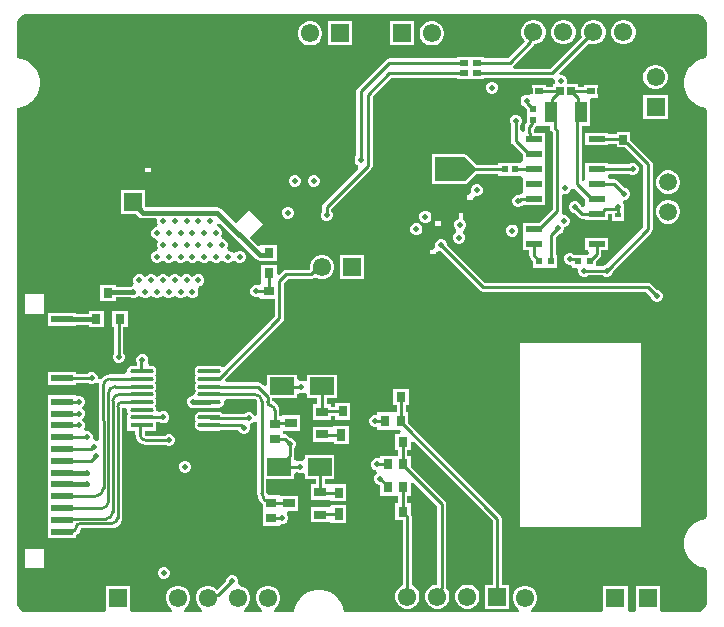
<source format=gbr>
%TF.GenerationSoftware,Altium Limited,Altium Designer,25.7.1 (20)*%
G04 Layer_Physical_Order=4*
G04 Layer_Color=16711680*
%FSLAX45Y45*%
%MOMM*%
%TF.SameCoordinates,3376FABF-9249-4748-A69B-BDD9C5401F70*%
%TF.FilePolarity,Positive*%
%TF.FileFunction,Copper,L4,Bot,Signal*%
%TF.Part,Single*%
G01*
G75*
%TA.AperFunction,Conductor*%
%ADD10C,0.25400*%
%TA.AperFunction,SMDPad,CuDef*%
%ADD13R,0.80000X0.90000*%
%ADD16R,0.90000X0.80000*%
%ADD25R,0.80000X0.95000*%
%ADD27R,0.66040X0.50800*%
%ADD36R,0.80000X1.00000*%
%ADD43R,0.65872X0.81213*%
%ADD44R,0.70000X0.65000*%
%TA.AperFunction,Conductor*%
%ADD48C,0.40000*%
%TA.AperFunction,ComponentPad*%
%ADD50R,1.50800X1.50800*%
%ADD51R,1.55000X1.55000*%
%ADD52C,1.55000*%
%ADD53R,1.55000X1.55000*%
%ADD54C,1.50800*%
%TA.AperFunction,ViaPad*%
%ADD55C,0.50800*%
%TA.AperFunction,SMDPad,CuDef*%
%ADD56R,2.00000X1.50000*%
%ADD57R,0.50000X0.60000*%
%TA.AperFunction,ConnectorPad*%
%ADD58R,1.90000X0.60000*%
%ADD59R,2.80000X2.10000*%
%TA.AperFunction,SMDPad,CuDef*%
G04:AMPARAMS|DCode=60|XSize=1.95543mm|YSize=0.42077mm|CornerRadius=0.21038mm|HoleSize=0mm|Usage=FLASHONLY|Rotation=0.000|XOffset=0mm|YOffset=0mm|HoleType=Round|Shape=RoundedRectangle|*
%AMROUNDEDRECTD60*
21,1,1.95543,0.00000,0,0,0.0*
21,1,1.53467,0.42077,0,0,0.0*
1,1,0.42077,0.76733,0.00000*
1,1,0.42077,-0.76733,0.00000*
1,1,0.42077,-0.76733,0.00000*
1,1,0.42077,0.76733,0.00000*
%
%ADD60ROUNDEDRECTD60*%
%ADD61R,0.66000X0.62000*%
%ADD62R,1.39700X0.55880*%
%ADD63R,0.50000X0.40000*%
%ADD64R,0.80000X0.90000*%
%ADD65R,0.95000X0.80000*%
%ADD66R,1.00000X0.80000*%
%ADD67R,1.00000X1.80000*%
%ADD68R,0.57247X0.61535*%
%ADD69R,0.61535X0.57247*%
%ADD70R,2.00000X2.00000*%
%ADD71R,1.95543X0.42077*%
G36*
X5804083Y5076182D02*
X5822784Y5063687D01*
X5838688Y5047783D01*
X5851182Y5029083D01*
X5860000Y5007795D01*
Y4733774D01*
X5853285Y4709652D01*
X5814831Y4702003D01*
X5813910Y4701387D01*
X5812801D01*
X5776579Y4686383D01*
X5775795Y4685599D01*
X5774707Y4685383D01*
X5742108Y4663601D01*
X5741492Y4662679D01*
X5740468Y4662255D01*
X5712745Y4634532D01*
X5712321Y4633507D01*
X5711399Y4632891D01*
X5689617Y4600292D01*
X5689400Y4599205D01*
X5688617Y4598421D01*
X5673613Y4562199D01*
Y4561090D01*
X5672997Y4560168D01*
X5665348Y4521715D01*
X5665564Y4520628D01*
X5665140Y4519603D01*
Y4480397D01*
X5665564Y4479372D01*
X5665348Y4478285D01*
X5672997Y4439832D01*
X5673613Y4438910D01*
Y4437801D01*
X5688617Y4401579D01*
X5689400Y4400795D01*
X5689617Y4399707D01*
X5711399Y4367109D01*
X5712321Y4366493D01*
X5712745Y4365469D01*
X5740468Y4337745D01*
X5741493Y4337321D01*
X5742108Y4336399D01*
X5774708Y4314617D01*
X5775795Y4314401D01*
X5776579Y4313617D01*
X5812801Y4298613D01*
X5813910D01*
X5814831Y4297997D01*
X5853285Y4290348D01*
X5860000Y4266226D01*
Y833774D01*
X5853285Y809652D01*
X5814831Y802003D01*
X5813910Y801387D01*
X5812801D01*
X5776579Y786383D01*
X5775795Y785600D01*
X5774707Y785383D01*
X5742108Y763601D01*
X5741492Y762679D01*
X5740468Y762255D01*
X5712745Y734532D01*
X5712321Y733507D01*
X5711399Y732892D01*
X5689617Y700292D01*
X5689400Y699205D01*
X5688617Y698421D01*
X5673613Y662199D01*
Y661090D01*
X5672997Y660169D01*
X5665348Y621715D01*
X5665564Y620628D01*
X5665140Y619604D01*
Y580397D01*
X5665564Y579372D01*
X5665348Y578285D01*
X5672997Y539832D01*
X5673613Y538910D01*
Y537801D01*
X5688617Y501579D01*
X5689400Y500796D01*
X5689617Y499708D01*
X5711399Y467109D01*
X5712321Y466493D01*
X5712745Y465469D01*
X5740468Y437745D01*
X5741493Y437321D01*
X5742108Y436399D01*
X5774708Y414617D01*
X5775795Y414401D01*
X5776579Y413617D01*
X5812801Y398613D01*
X5813910D01*
X5814831Y397997D01*
X5853285Y390348D01*
X5860000Y366227D01*
Y92204D01*
X5851182Y70916D01*
X5838687Y52216D01*
X5822783Y36312D01*
X5804083Y23817D01*
X5794867Y20000D01*
X5481217D01*
X5462900Y37100D01*
X5462900Y45400D01*
Y242900D01*
X5257100D01*
Y45400D01*
X5257099Y37100D01*
X5238783Y20000D01*
X5205216D01*
X5186900Y37100D01*
X5186899Y45400D01*
Y242900D01*
X4981100D01*
Y45400D01*
X4981099Y37100D01*
X4962783Y20000D01*
X4375251D01*
X4373329Y23229D01*
X4382108Y57039D01*
X4383182Y57660D01*
X4402340Y76818D01*
X4415888Y100282D01*
X4422900Y126453D01*
Y153547D01*
X4415888Y179718D01*
X4402340Y203182D01*
X4383182Y222340D01*
X4359718Y235888D01*
X4333547Y242900D01*
X4306453D01*
X4280282Y235888D01*
X4256818Y222340D01*
X4237660Y203182D01*
X4224112Y179718D01*
X4217100Y153547D01*
Y126453D01*
X4224112Y100282D01*
X4237660Y76818D01*
X4256818Y57660D01*
X4257892Y57039D01*
X4266671Y23229D01*
X4264749Y20000D01*
X2808919D01*
X2784652Y21715D01*
X2777003Y60168D01*
X2776387Y61090D01*
Y62199D01*
X2761383Y98421D01*
X2760600Y99205D01*
X2760383Y100292D01*
X2738601Y132891D01*
X2737679Y133507D01*
X2737255Y134531D01*
X2709532Y162255D01*
X2708507Y162679D01*
X2707891Y163601D01*
X2675292Y185383D01*
X2674205Y185599D01*
X2673421Y186383D01*
X2637199Y201387D01*
X2636090D01*
X2635168Y202003D01*
X2596715Y209652D01*
X2595628Y209435D01*
X2594603Y209860D01*
X2555397D01*
X2554372Y209435D01*
X2553285Y209652D01*
X2514832Y202003D01*
X2513910Y201387D01*
X2512801D01*
X2476579Y186383D01*
X2475795Y185599D01*
X2474708Y185383D01*
X2442109Y163601D01*
X2441493Y162679D01*
X2440469Y162255D01*
X2412745Y134532D01*
X2412321Y133507D01*
X2411399Y132891D01*
X2389617Y100292D01*
X2389401Y99205D01*
X2388617Y98421D01*
X2373613Y62199D01*
Y61090D01*
X2372997Y60168D01*
X2365348Y21715D01*
X2341081Y20000D01*
X2197251D01*
X2195328Y23229D01*
X2204107Y57039D01*
X2205182Y57660D01*
X2224340Y76818D01*
X2237887Y100282D01*
X2244900Y126453D01*
Y153547D01*
X2237887Y179718D01*
X2224340Y203182D01*
X2205182Y222340D01*
X2181718Y235888D01*
X2155547Y242900D01*
X2128453D01*
X2102282Y235888D01*
X2078818Y222340D01*
X2059659Y203182D01*
X2046112Y179718D01*
X2039100Y153547D01*
Y126453D01*
X2046112Y100282D01*
X2059659Y76818D01*
X2078818Y57660D01*
X2079892Y57039D01*
X2088671Y23229D01*
X2086749Y20000D01*
X1943251D01*
X1941328Y23229D01*
X1950107Y57039D01*
X1951182Y57660D01*
X1970340Y76818D01*
X1983887Y100282D01*
X1990900Y126453D01*
Y153547D01*
X1983887Y179718D01*
X1970340Y203182D01*
X1951182Y222340D01*
X1927718Y235888D01*
X1906555Y241558D01*
X1896184Y254842D01*
X1890139Y268300D01*
X1890800Y269895D01*
Y290105D01*
X1883066Y308776D01*
X1868776Y323066D01*
X1850105Y330800D01*
X1829895D01*
X1811224Y323066D01*
X1796934Y308776D01*
X1789200Y290105D01*
Y284137D01*
X1712292Y207230D01*
X1697182Y222340D01*
X1673718Y235888D01*
X1647547Y242900D01*
X1620453D01*
X1594282Y235888D01*
X1570818Y222340D01*
X1551659Y203182D01*
X1538112Y179718D01*
X1531100Y153547D01*
Y126453D01*
X1538112Y100282D01*
X1551659Y76818D01*
X1570818Y57660D01*
X1571892Y57039D01*
X1580671Y23229D01*
X1578749Y20000D01*
X1435251D01*
X1433328Y23229D01*
X1442107Y57039D01*
X1443182Y57660D01*
X1462340Y76818D01*
X1475887Y100282D01*
X1482900Y126453D01*
Y153547D01*
X1475887Y179718D01*
X1462340Y203182D01*
X1443182Y222340D01*
X1419718Y235888D01*
X1393547Y242900D01*
X1366453D01*
X1340282Y235888D01*
X1316818Y222340D01*
X1297659Y203182D01*
X1284112Y179718D01*
X1277100Y153547D01*
Y126453D01*
X1284112Y100282D01*
X1297659Y76818D01*
X1316818Y57660D01*
X1317892Y57039D01*
X1326671Y23229D01*
X1324749Y20000D01*
X993217D01*
X974900Y37100D01*
X974900Y45400D01*
Y242900D01*
X769100D01*
Y45400D01*
X769100Y37100D01*
X750783Y20000D01*
X80132D01*
X70916Y23817D01*
X52216Y36312D01*
X36312Y52217D01*
X23817Y70916D01*
X20000Y80133D01*
Y4266080D01*
X21715Y4290348D01*
X60168Y4297997D01*
X61090Y4298613D01*
X62199D01*
X98421Y4313616D01*
X99205Y4314400D01*
X100292Y4314616D01*
X132891Y4336399D01*
X133507Y4337321D01*
X134531Y4337745D01*
X162255Y4365468D01*
X162679Y4366492D01*
X163601Y4367108D01*
X185383Y4399707D01*
X185599Y4400795D01*
X186383Y4401579D01*
X201387Y4437801D01*
Y4438909D01*
X202003Y4439831D01*
X209652Y4478284D01*
X209435Y4479372D01*
X209860Y4480396D01*
Y4519603D01*
X209435Y4520627D01*
X209652Y4521715D01*
X202003Y4560168D01*
X201387Y4561090D01*
Y4562198D01*
X186383Y4598420D01*
X185599Y4599204D01*
X185383Y4600292D01*
X163601Y4632891D01*
X162679Y4633507D01*
X162255Y4634531D01*
X134532Y4662254D01*
X133507Y4662679D01*
X132891Y4663600D01*
X100292Y4685383D01*
X99205Y4685599D01*
X98421Y4686383D01*
X62199Y4701386D01*
X61090D01*
X60168Y4702002D01*
X21715Y4709651D01*
X20000Y4733919D01*
Y5019867D01*
X23817Y5029083D01*
X36312Y5047784D01*
X52217Y5063688D01*
X70916Y5076182D01*
X80133Y5080000D01*
X5794866D01*
X5804083Y5076182D01*
D02*
G37*
%LPC*%
G36*
X5165547Y5032900D02*
X5138453D01*
X5112282Y5025888D01*
X5088818Y5012340D01*
X5069659Y4993182D01*
X5056112Y4969718D01*
X5049100Y4943547D01*
Y4916453D01*
X5056112Y4890282D01*
X5069659Y4866818D01*
X5088818Y4847660D01*
X5112282Y4834113D01*
X5138453Y4827100D01*
X5165547D01*
X5191718Y4834113D01*
X5215182Y4847660D01*
X5234340Y4866818D01*
X5247887Y4890282D01*
X5254900Y4916453D01*
Y4943547D01*
X5247887Y4969718D01*
X5234340Y4993182D01*
X5215182Y5012340D01*
X5191718Y5025888D01*
X5165547Y5032900D01*
D02*
G37*
G36*
X4657547D02*
X4630453D01*
X4604282Y5025888D01*
X4580818Y5012340D01*
X4561659Y4993182D01*
X4548112Y4969718D01*
X4541100Y4943547D01*
Y4916453D01*
X4548112Y4890282D01*
X4561659Y4866818D01*
X4580818Y4847660D01*
X4604282Y4834113D01*
X4630453Y4827100D01*
X4657547D01*
X4683718Y4834113D01*
X4707182Y4847660D01*
X4726340Y4866818D01*
X4739887Y4890282D01*
X4746900Y4916453D01*
Y4943547D01*
X4739887Y4969718D01*
X4726340Y4993182D01*
X4707182Y5012340D01*
X4683718Y5025888D01*
X4657547Y5032900D01*
D02*
G37*
G36*
X3543547Y5022900D02*
X3516453D01*
X3490282Y5015888D01*
X3466818Y5002341D01*
X3447660Y4983182D01*
X3434113Y4959718D01*
X3427100Y4933547D01*
Y4906453D01*
X3434113Y4880282D01*
X3447660Y4856818D01*
X3466818Y4837660D01*
X3490282Y4824113D01*
X3516453Y4817100D01*
X3543547D01*
X3569718Y4824113D01*
X3593182Y4837660D01*
X3612341Y4856818D01*
X3625888Y4880282D01*
X3632900Y4906453D01*
Y4933547D01*
X3625888Y4959718D01*
X3612341Y4983182D01*
X3593182Y5002341D01*
X3569718Y5015888D01*
X3543547Y5022900D01*
D02*
G37*
G36*
X3378900D02*
X3173100D01*
Y4817100D01*
X3378900D01*
Y5022900D01*
D02*
G37*
G36*
X2856900D02*
X2651100D01*
Y4817100D01*
X2856900D01*
Y5022900D01*
D02*
G37*
G36*
X2513547D02*
X2486453D01*
X2460282Y5015888D01*
X2436818Y5002341D01*
X2417660Y4983182D01*
X2404113Y4959718D01*
X2397100Y4933547D01*
Y4906453D01*
X2404113Y4880282D01*
X2417660Y4856818D01*
X2436818Y4837660D01*
X2460282Y4824113D01*
X2486453Y4817100D01*
X2513547D01*
X2539718Y4824113D01*
X2563182Y4837660D01*
X2582341Y4856818D01*
X2595888Y4880282D01*
X2602900Y4906453D01*
Y4933547D01*
X2595888Y4959718D01*
X2582341Y4983182D01*
X2563182Y5002341D01*
X2539718Y5015888D01*
X2513547Y5022900D01*
D02*
G37*
G36*
X4911547Y5032900D02*
X4884453D01*
X4858282Y5025888D01*
X4834818Y5012340D01*
X4815659Y4993182D01*
X4802112Y4969718D01*
X4795100Y4943547D01*
Y4916453D01*
X4802112Y4890282D01*
X4802563Y4889501D01*
X4531909Y4618846D01*
X4227740D01*
X4219878Y4636976D01*
X4219184Y4644246D01*
X4392671Y4817733D01*
X4398929Y4827100D01*
X4403547D01*
X4429718Y4834113D01*
X4453182Y4847660D01*
X4472340Y4866818D01*
X4485887Y4890282D01*
X4492900Y4916453D01*
Y4943547D01*
X4485887Y4969718D01*
X4472340Y4993182D01*
X4453182Y5012340D01*
X4429718Y5025888D01*
X4403547Y5032900D01*
X4376453D01*
X4350282Y5025888D01*
X4326818Y5012340D01*
X4307659Y4993182D01*
X4294112Y4969718D01*
X4287100Y4943547D01*
Y4916453D01*
X4294112Y4890282D01*
X4307659Y4866818D01*
X4319770Y4854707D01*
X4173909Y4708847D01*
X3974300D01*
Y4720800D01*
X3745700D01*
Y4708847D01*
X3170000D01*
X3155134Y4705889D01*
X3142531Y4697469D01*
X2902531Y4457469D01*
X2894111Y4444866D01*
X2891153Y4430000D01*
Y3884736D01*
X2883434Y3877017D01*
X2875700Y3858345D01*
Y3838136D01*
X2883434Y3819465D01*
X2897724Y3805175D01*
X2902385Y3803244D01*
X2909037Y3773974D01*
X2612531Y3477469D01*
X2604111Y3464866D01*
X2601154Y3450000D01*
Y3412996D01*
X2596934Y3408776D01*
X2589200Y3390105D01*
Y3369895D01*
X2596934Y3351224D01*
X2611224Y3336934D01*
X2629895Y3329200D01*
X2650105D01*
X2668776Y3336934D01*
X2683066Y3351224D01*
X2690800Y3369895D01*
Y3390105D01*
X2683066Y3408776D01*
X2678847Y3412996D01*
Y3433910D01*
X3017469Y3772532D01*
X3025890Y3785134D01*
X3028847Y3800000D01*
Y4383909D01*
X3186091Y4541153D01*
X3745700D01*
Y4529200D01*
X3974300D01*
Y4541153D01*
X4548000D01*
X4555219Y4542590D01*
X4573724Y4525215D01*
X4574765Y4523404D01*
Y4503195D01*
X4564545Y4487900D01*
X4554600D01*
Y4468847D01*
X4496400D01*
Y4486400D01*
X4379600D01*
Y4408163D01*
X4373308Y4402575D01*
X4354200Y4393907D01*
X4341905Y4399000D01*
X4321695D01*
X4303024Y4391266D01*
X4288734Y4376976D01*
X4281000Y4358304D01*
Y4338095D01*
X4288734Y4319424D01*
X4303024Y4305134D01*
X4311152Y4301767D01*
X4335977Y4276943D01*
Y4177830D01*
X4335230Y4174076D01*
Y4164170D01*
X4328330Y4157271D01*
X4319910Y4144668D01*
X4316953Y4129803D01*
Y4095472D01*
X4313310Y4091830D01*
X4303311Y4087474D01*
X4278846Y4102982D01*
Y4147004D01*
X4283066Y4151224D01*
X4290800Y4169895D01*
Y4190105D01*
X4283066Y4208776D01*
X4268776Y4223066D01*
X4250105Y4230800D01*
X4229895D01*
X4211224Y4223066D01*
X4196934Y4208776D01*
X4189200Y4190105D01*
Y4169895D01*
X4196934Y4151224D01*
X4201153Y4147004D01*
Y4010160D01*
X4204110Y3995294D01*
X4212531Y3982692D01*
X4299320Y3895903D01*
Y3849240D01*
X4299320Y3845158D01*
X4297187Y3840780D01*
X4286612Y3824024D01*
X4090977D01*
Y3808847D01*
X3907779D01*
X3828313Y3888313D01*
X3819911Y3893926D01*
X3810000Y3895898D01*
X3750000D01*
X3747498Y3895400D01*
X3534600D01*
Y3644600D01*
X3747498D01*
X3750000Y3644102D01*
X3810000D01*
X3819911Y3646074D01*
X3828313Y3651688D01*
X3907779Y3731154D01*
X4090977D01*
Y3715977D01*
X4284199D01*
X4296781Y3700053D01*
X4299320Y3694842D01*
X4299320Y3691760D01*
Y3595240D01*
X4299320Y3590160D01*
Y3569840D01*
X4282651Y3555346D01*
X4267785Y3552389D01*
X4265288Y3550721D01*
X4249094D01*
X4230423Y3542987D01*
X4216133Y3528697D01*
X4208399Y3510025D01*
Y3489816D01*
X4216133Y3471145D01*
X4230423Y3456854D01*
X4249094Y3449121D01*
X4269303D01*
X4287975Y3456854D01*
X4289432Y3458312D01*
X4299320Y3463160D01*
X4489820D01*
Y3564760D01*
X4489820Y3569840D01*
Y3590160D01*
X4489820Y3595240D01*
Y3691760D01*
X4489820Y3696840D01*
Y3717160D01*
X4489820Y3722240D01*
Y3818760D01*
X4489820Y3823840D01*
Y3844160D01*
X4489820Y3849240D01*
Y3945760D01*
X4489820Y3950839D01*
X4489821D01*
Y3971160D01*
X4489820D01*
Y4077840D01*
X4395540D01*
X4394646Y4082339D01*
Y4113712D01*
X4401545Y4120611D01*
X4409966Y4133214D01*
X4410089Y4133833D01*
X4439518D01*
X4444022Y4133832D01*
X4469104Y4134600D01*
X4531153D01*
Y4119803D01*
X4534111Y4104937D01*
X4542531Y4092334D01*
X4554654Y4080212D01*
Y3435611D01*
X4434883Y3315840D01*
X4299320D01*
Y3214240D01*
X4299320Y3209160D01*
Y3188840D01*
X4299320Y3183760D01*
Y3082160D01*
X4355724D01*
Y3040430D01*
X4358681Y3025564D01*
X4367102Y3012961D01*
X4389600Y2990463D01*
Y2934600D01*
X4590400D01*
Y3045400D01*
X4578846D01*
Y3193909D01*
X4604137Y3219200D01*
X4610105D01*
X4628776Y3226934D01*
X4643066Y3241224D01*
X4650800Y3259895D01*
Y3280079D01*
X4659226D01*
X4677897Y3287813D01*
X4692187Y3302103D01*
X4699921Y3320774D01*
Y3340983D01*
X4692187Y3359655D01*
X4677897Y3373945D01*
X4659226Y3381679D01*
X4644586D01*
X4632883Y3396318D01*
X4629390Y3404654D01*
X4632347Y3419520D01*
Y3547474D01*
X4649896Y3559200D01*
X4670105D01*
X4688776Y3566934D01*
X4703066Y3581224D01*
X4710800Y3599895D01*
X4720847Y3605746D01*
X4736200Y3608883D01*
X4830180Y3514903D01*
Y3463160D01*
X4830180D01*
Y3454538D01*
X4804780Y3446258D01*
X4790800Y3459267D01*
Y3460105D01*
X4783066Y3478776D01*
X4768776Y3493066D01*
X4750105Y3500800D01*
X4729895D01*
X4711224Y3493066D01*
X4696934Y3478776D01*
X4689200Y3460105D01*
Y3439895D01*
X4696934Y3421224D01*
X4711224Y3406934D01*
X4729895Y3399200D01*
X4735863D01*
X4773031Y3362031D01*
X4785634Y3353611D01*
X4800500Y3350653D01*
X4830180D01*
Y3336160D01*
X5020680D01*
Y3391153D01*
X5059600D01*
Y3334600D01*
X5160400D01*
Y3425400D01*
X5160400D01*
X5156940Y3430578D01*
X5160800Y3439895D01*
Y3460105D01*
X5153066Y3478776D01*
X5146732Y3485110D01*
X5158563Y3509200D01*
X5170105D01*
X5188776Y3516934D01*
X5203066Y3531224D01*
X5210800Y3549895D01*
Y3570105D01*
X5203066Y3588776D01*
X5188776Y3603066D01*
X5170105Y3610800D01*
X5164137D01*
X5103969Y3670969D01*
X5091366Y3679389D01*
X5076500Y3682346D01*
X5035174D01*
X5023694Y3693826D01*
X5025349Y3720307D01*
X5042181Y3731653D01*
X5196504D01*
X5201224Y3726934D01*
X5219895Y3719200D01*
X5240105D01*
X5258776Y3726934D01*
X5273066Y3741224D01*
X5280800Y3759895D01*
Y3780105D01*
X5273066Y3798776D01*
X5258776Y3813066D01*
X5240105Y3820800D01*
X5219895D01*
X5201224Y3813066D01*
X5197504Y3809346D01*
X5020680D01*
Y3823840D01*
X4830180D01*
Y3722240D01*
X4830180Y3717160D01*
Y3696840D01*
X4830180Y3691760D01*
Y3681867D01*
X4804780Y3668436D01*
X4798846Y3672478D01*
Y4134600D01*
X4865400D01*
Y4365400D01*
X4887404Y4373600D01*
X4934400D01*
Y4486400D01*
X4817600D01*
Y4468846D01*
X4770400D01*
Y4487900D01*
X4686585D01*
X4676365Y4503195D01*
Y4523404D01*
X4668631Y4542076D01*
X4654341Y4556366D01*
X4635670Y4564100D01*
X4622958D01*
X4610704Y4586617D01*
X4610503Y4587566D01*
X4857500Y4834564D01*
X4858282Y4834113D01*
X4884453Y4827100D01*
X4911547D01*
X4937718Y4834113D01*
X4961182Y4847660D01*
X4980340Y4866818D01*
X4993887Y4890282D01*
X5000900Y4916453D01*
Y4943547D01*
X4993887Y4969718D01*
X4980340Y4993182D01*
X4961182Y5012340D01*
X4937718Y5025888D01*
X4911547Y5032900D01*
D02*
G37*
G36*
X5438547Y4652900D02*
X5411453D01*
X5385282Y4645888D01*
X5361818Y4632340D01*
X5342660Y4613182D01*
X5329113Y4589718D01*
X5322100Y4563547D01*
Y4536453D01*
X5329113Y4510282D01*
X5342660Y4486818D01*
X5361818Y4467660D01*
X5385282Y4454113D01*
X5411453Y4447100D01*
X5438547D01*
X5464718Y4454113D01*
X5488182Y4467660D01*
X5507341Y4486818D01*
X5520888Y4510282D01*
X5527900Y4536453D01*
Y4563547D01*
X5520888Y4589718D01*
X5507341Y4613182D01*
X5488182Y4632340D01*
X5464718Y4645888D01*
X5438547Y4652900D01*
D02*
G37*
G36*
X4050105Y4510800D02*
X4029895D01*
X4011224Y4503066D01*
X3996934Y4488776D01*
X3989200Y4470105D01*
Y4449895D01*
X3996934Y4431224D01*
X4011224Y4416934D01*
X4029895Y4409200D01*
X4050105D01*
X4068776Y4416934D01*
X4083066Y4431224D01*
X4090800Y4449895D01*
Y4470105D01*
X4083066Y4488776D01*
X4068776Y4503066D01*
X4050105Y4510800D01*
D02*
G37*
G36*
X5527900Y4398900D02*
X5322100D01*
Y4193100D01*
X5527900D01*
Y4398900D01*
D02*
G37*
G36*
X5210665Y4086007D02*
X5093994D01*
Y4063346D01*
X5020680D01*
Y4077840D01*
X4830180D01*
Y3971160D01*
X5020680D01*
Y3985653D01*
X5093994D01*
Y3953994D01*
X5163399D01*
X5321153Y3796239D01*
Y3276091D01*
X5005863Y2960800D01*
X4999895D01*
X4981224Y2953066D01*
X4977004Y2948847D01*
X4920400D01*
Y2990463D01*
X4952899Y3022962D01*
X4961320Y3035564D01*
X4964277Y3050430D01*
Y3082160D01*
X5020680D01*
Y3188840D01*
X4830180D01*
Y3082160D01*
X4850994D01*
X4863610Y3056760D01*
X4854995Y3045400D01*
X4736626D01*
X4728868Y3053158D01*
X4710196Y3060892D01*
X4689987D01*
X4671316Y3053158D01*
X4657025Y3038868D01*
X4649292Y3020196D01*
Y2999987D01*
X4657025Y2981316D01*
X4671316Y2967026D01*
X4689987Y2959292D01*
X4710196D01*
X4719600Y2953008D01*
Y2934600D01*
X4759514D01*
X4769200Y2920104D01*
Y2899895D01*
X4776934Y2881224D01*
X4791224Y2866934D01*
X4809895Y2859200D01*
X4830105D01*
X4848776Y2866934D01*
X4852996Y2871154D01*
X4977004D01*
X4981224Y2866934D01*
X4999895Y2859200D01*
X5020105D01*
X5038776Y2866934D01*
X5053066Y2881224D01*
X5060800Y2899895D01*
Y2905863D01*
X5387469Y3232532D01*
X5395889Y3245134D01*
X5398846Y3260000D01*
Y3812329D01*
X5395889Y3827195D01*
X5387469Y3839798D01*
X5210665Y4016602D01*
Y4086007D01*
D02*
G37*
G36*
X1155400Y3777780D02*
X1104600D01*
Y3742220D01*
X1155400D01*
Y3777780D01*
D02*
G37*
G36*
X2540105Y3720800D02*
X2519895D01*
X2501224Y3713066D01*
X2486934Y3698776D01*
X2479200Y3680105D01*
Y3659895D01*
X2486934Y3641224D01*
X2501224Y3626934D01*
X2519895Y3619200D01*
X2540105D01*
X2558776Y3626934D01*
X2573066Y3641224D01*
X2580800Y3659895D01*
Y3680105D01*
X2573066Y3698776D01*
X2558776Y3713066D01*
X2540105Y3720800D01*
D02*
G37*
G36*
X2380105D02*
X2359895D01*
X2341224Y3713066D01*
X2326934Y3698776D01*
X2319200Y3680105D01*
Y3659895D01*
X2326934Y3641224D01*
X2341224Y3626934D01*
X2359895Y3619200D01*
X2380105D01*
X2398776Y3626934D01*
X2413066Y3641224D01*
X2420800Y3659895D01*
Y3680105D01*
X2413066Y3698776D01*
X2398776Y3713066D01*
X2380105Y3720800D01*
D02*
G37*
G36*
X5543270Y3760800D02*
X5516729D01*
X5491092Y3753931D01*
X5468107Y3740660D01*
X5449340Y3721892D01*
X5436069Y3698907D01*
X5429200Y3673271D01*
Y3646730D01*
X5436069Y3621093D01*
X5449340Y3598108D01*
X5468107Y3579340D01*
X5491092Y3566070D01*
X5516729Y3559200D01*
X5543270D01*
X5568907Y3566070D01*
X5591892Y3579340D01*
X5610660Y3598108D01*
X5623930Y3621093D01*
X5630800Y3646730D01*
Y3673271D01*
X5623930Y3698907D01*
X5610660Y3721892D01*
X5591892Y3740660D01*
X5568907Y3753931D01*
X5543270Y3760800D01*
D02*
G37*
G36*
X3920105Y3640800D02*
X3899895D01*
X3881224Y3633066D01*
X3866934Y3618776D01*
X3859200Y3600105D01*
Y3579895D01*
X3861982Y3573180D01*
X3847249Y3547879D01*
X3847102Y3547780D01*
X3824600D01*
Y3512220D01*
X3875400D01*
Y3521853D01*
X3899895Y3539200D01*
X3900800Y3539200D01*
X3920105D01*
X3938776Y3546934D01*
X3953066Y3561224D01*
X3960800Y3579895D01*
Y3600105D01*
X3953066Y3618776D01*
X3938776Y3633066D01*
X3920105Y3640800D01*
D02*
G37*
G36*
X2320105Y3450800D02*
X2299895D01*
X2281224Y3443066D01*
X2266934Y3428776D01*
X2259200Y3410105D01*
Y3389895D01*
X2266934Y3371224D01*
X2281224Y3356934D01*
X2299895Y3349200D01*
X2320105D01*
X2338776Y3356934D01*
X2353066Y3371224D01*
X2360800Y3389895D01*
Y3410105D01*
X2353066Y3428776D01*
X2338776Y3443066D01*
X2320105Y3450800D01*
D02*
G37*
G36*
X3485985Y3416680D02*
X3465775D01*
X3447104Y3408946D01*
X3432814Y3394656D01*
X3425080Y3375985D01*
Y3355775D01*
X3432814Y3337104D01*
X3447104Y3322814D01*
X3465775Y3315080D01*
X3485985D01*
X3504656Y3322814D01*
X3518946Y3337104D01*
X3526680Y3355775D01*
Y3375985D01*
X3518946Y3394656D01*
X3504656Y3408946D01*
X3485985Y3416680D01*
D02*
G37*
G36*
X5543270Y3510800D02*
X5516729D01*
X5491092Y3503931D01*
X5468107Y3490660D01*
X5449340Y3471892D01*
X5436069Y3448907D01*
X5429200Y3423271D01*
Y3396730D01*
X5436069Y3371093D01*
X5449340Y3348108D01*
X5468107Y3329340D01*
X5491092Y3316070D01*
X5516729Y3309200D01*
X5543270D01*
X5568907Y3316070D01*
X5591892Y3329340D01*
X5610660Y3348108D01*
X5623930Y3371093D01*
X5630800Y3396730D01*
Y3423271D01*
X5623930Y3448907D01*
X5610660Y3471892D01*
X5591892Y3490660D01*
X5568907Y3503931D01*
X5543270Y3510800D01*
D02*
G37*
G36*
X3605400Y3327780D02*
X3554600D01*
Y3292220D01*
X3605400D01*
Y3327780D01*
D02*
G37*
G36*
X3410105Y3310800D02*
X3389895D01*
X3371224Y3303066D01*
X3356934Y3288776D01*
X3349200Y3270105D01*
Y3249895D01*
X3356934Y3231224D01*
X3371224Y3216934D01*
X3389895Y3209200D01*
X3410105D01*
X3428776Y3216934D01*
X3443066Y3231224D01*
X3450800Y3249895D01*
Y3270105D01*
X3443066Y3288776D01*
X3428776Y3303066D01*
X3410105Y3310800D01*
D02*
G37*
G36*
X4220105Y3300800D02*
X4199895D01*
X4181224Y3293066D01*
X4166934Y3278776D01*
X4159200Y3260105D01*
Y3239895D01*
X4166934Y3221224D01*
X4181224Y3206934D01*
X4199895Y3199200D01*
X4220105D01*
X4238776Y3206934D01*
X4253066Y3221224D01*
X4260800Y3239895D01*
Y3260105D01*
X4253066Y3278776D01*
X4238776Y3293066D01*
X4220105Y3300800D01*
D02*
G37*
G36*
X3797780Y3395400D02*
X3762220D01*
Y3350393D01*
X3759861D01*
X3741190Y3342660D01*
X3726900Y3328369D01*
X3719166Y3309698D01*
Y3289489D01*
X3726900Y3270817D01*
X3735447Y3262270D01*
X3734222Y3239825D01*
X3731421Y3233110D01*
X3731316Y3233066D01*
X3717026Y3218776D01*
X3709292Y3200105D01*
Y3179895D01*
X3717026Y3161224D01*
X3731316Y3146934D01*
X3749987Y3139200D01*
X3770196D01*
X3788868Y3146934D01*
X3803158Y3161224D01*
X3810892Y3179895D01*
Y3200105D01*
X3803158Y3218776D01*
X3794611Y3227323D01*
X3795835Y3249768D01*
X3798637Y3256484D01*
X3798742Y3256527D01*
X3813032Y3270817D01*
X3820766Y3289489D01*
Y3309698D01*
X3813032Y3328369D01*
X3797780Y3344600D01*
Y3395400D01*
D02*
G37*
G36*
X1102900Y3596900D02*
X897100D01*
Y3391100D01*
X1024501D01*
X1024768Y3390700D01*
X1048199Y3367269D01*
X1048200Y3367268D01*
X1063217Y3357234D01*
X1080932Y3353711D01*
X1192281D01*
X1202905Y3337810D01*
Y3317601D01*
X1208578Y3303906D01*
X1201290Y3286609D01*
X1195142Y3278506D01*
X1193601D01*
X1174929Y3270772D01*
X1160639Y3256481D01*
X1152905Y3237810D01*
Y3217601D01*
X1160639Y3198930D01*
X1174929Y3184639D01*
X1193601Y3176906D01*
X1195142D01*
X1201290Y3168802D01*
X1208578Y3151505D01*
X1202905Y3137810D01*
Y3117601D01*
X1208578Y3103906D01*
X1201290Y3086609D01*
X1195142Y3078505D01*
X1193601D01*
X1174929Y3070772D01*
X1160639Y3056481D01*
X1152905Y3037810D01*
Y3017601D01*
X1160639Y2998929D01*
X1174929Y2984639D01*
X1193601Y2976905D01*
X1213810D01*
X1232481Y2984639D01*
X1237137Y2989295D01*
X1253705Y2996087D01*
X1270274Y2989295D01*
X1274929Y2984639D01*
X1293601Y2976905D01*
X1313810D01*
X1332481Y2984639D01*
X1337137Y2989295D01*
X1353705Y2996087D01*
X1370274Y2989295D01*
X1374929Y2984639D01*
X1393601Y2976905D01*
X1413810D01*
X1432481Y2984639D01*
X1437137Y2989295D01*
X1453705Y2996087D01*
X1470274Y2989295D01*
X1474929Y2984639D01*
X1493601Y2976905D01*
X1513810D01*
X1532481Y2984639D01*
X1537137Y2989295D01*
X1553706Y2996087D01*
X1570274Y2989295D01*
X1574930Y2984639D01*
X1593601Y2976905D01*
X1613810D01*
X1632481Y2984639D01*
X1637137Y2989295D01*
X1653706Y2996087D01*
X1670274Y2989295D01*
X1674930Y2984639D01*
X1693601Y2976905D01*
X1713810D01*
X1732481Y2984639D01*
X1737137Y2989295D01*
X1753706Y2996087D01*
X1770274Y2989295D01*
X1774930Y2984639D01*
X1793601Y2976905D01*
X1813810D01*
X1832481Y2984639D01*
X1837137Y2989295D01*
X1853706Y2996087D01*
X1870274Y2989295D01*
X1874930Y2984639D01*
X1893601Y2976905D01*
X1913810D01*
X1932482Y2984639D01*
X1946772Y2998929D01*
X1954506Y3017601D01*
Y3037810D01*
X1946772Y3056481D01*
X1932482Y3070772D01*
X1913810Y3078505D01*
X1893601D01*
X1874930Y3070772D01*
X1870274Y3066116D01*
X1853705Y3059324D01*
X1837137Y3066116D01*
X1832481Y3070772D01*
X1813810Y3078505D01*
X1812269D01*
X1806120Y3086609D01*
X1798833Y3103906D01*
X1804505Y3117601D01*
Y3137810D01*
X1796772Y3156481D01*
X1782481Y3170772D01*
X1763810Y3178505D01*
X1762269D01*
X1756120Y3186609D01*
X1748833Y3203906D01*
X1754506Y3217601D01*
Y3237810D01*
X1746772Y3256481D01*
X1732481Y3270772D01*
X1724447Y3274100D01*
X1712250Y3299749D01*
X1712013Y3302967D01*
X1741362Y3308504D01*
X2040699Y3009167D01*
X2040700Y3009166D01*
X2055717Y2999132D01*
X2062132Y2997856D01*
X2084600Y2989600D01*
X2084601Y2989600D01*
X2084601Y2989600D01*
X2215400D01*
Y3130400D01*
X2084600D01*
Y3129379D01*
X2061134Y3119659D01*
X1990564Y3190228D01*
X2104826Y3304490D01*
X1984490Y3424826D01*
X1870229Y3310564D01*
X1748061Y3432732D01*
X1733043Y3442766D01*
X1715329Y3446290D01*
X1715328Y3446290D01*
X1102900D01*
Y3596900D01*
D02*
G37*
G36*
X2613547Y3042900D02*
X2586453D01*
X2560282Y3035888D01*
X2536818Y3022340D01*
X2517659Y3003182D01*
X2504112Y2979718D01*
X2497100Y2953547D01*
Y2927107D01*
X2487340Y2917346D01*
X2298697D01*
X2283831Y2914389D01*
X2271229Y2905969D01*
X2238866Y2873606D01*
X2215400Y2883326D01*
Y2960400D01*
X2084600D01*
Y2819600D01*
X2084600D01*
X2084600Y2800400D01*
X2059200Y2784104D01*
X2055105Y2785800D01*
X2034895D01*
X2016224Y2778066D01*
X2001934Y2763776D01*
X1994200Y2745104D01*
Y2724895D01*
X2001934Y2706224D01*
X2016224Y2691934D01*
X2034895Y2684200D01*
X2055105D01*
X2059200Y2685896D01*
X2084600Y2669600D01*
Y2669600D01*
X2201154D01*
Y2524319D01*
X1766912Y2090078D01*
X1757751Y2090980D01*
X1742391Y2101244D01*
X1724271Y2104848D01*
X1570805D01*
X1552686Y2101244D01*
X1537325Y2090980D01*
X1527061Y2075619D01*
X1523457Y2057500D01*
X1527061Y2039380D01*
X1536670Y2025000D01*
X1527061Y2010619D01*
X1523457Y1992500D01*
X1527061Y1974381D01*
X1536670Y1960000D01*
X1527061Y1945619D01*
X1523457Y1927500D01*
X1527061Y1909380D01*
X1536670Y1895000D01*
X1527061Y1880619D01*
X1525798Y1874267D01*
X1520654Y1861109D01*
X1499887Y1850800D01*
X1496416D01*
X1477744Y1843066D01*
X1463454Y1828776D01*
X1455720Y1810105D01*
Y1789895D01*
X1463454Y1771224D01*
X1477744Y1756934D01*
X1496416Y1749200D01*
X1516625D01*
X1521479Y1751210D01*
X1565483D01*
X1570805Y1750152D01*
X1724271D01*
X1742391Y1753756D01*
X1757752Y1764020D01*
X1768015Y1779380D01*
X1771620Y1797500D01*
X1771470Y1798253D01*
X1790870Y1823653D01*
X2032500D01*
Y1823485D01*
X2039574Y1822078D01*
X2045571Y1818071D01*
X2049578Y1812074D01*
X2050985Y1805000D01*
X2051153D01*
Y1687341D01*
X2025753Y1682288D01*
X2023066Y1688776D01*
X2008776Y1703066D01*
X1990104Y1710800D01*
X1969895D01*
X1951224Y1703066D01*
X1947004Y1698846D01*
X1759177D01*
X1757752Y1700980D01*
X1742391Y1711244D01*
X1724271Y1714848D01*
X1570805D01*
X1552686Y1711244D01*
X1537325Y1700980D01*
X1527061Y1685619D01*
X1523457Y1667500D01*
X1527061Y1649380D01*
X1536670Y1635000D01*
X1527061Y1620619D01*
X1523457Y1602500D01*
X1527061Y1584381D01*
X1537325Y1569020D01*
X1552686Y1558756D01*
X1570805Y1555152D01*
X1724271D01*
X1742391Y1558756D01*
X1749720Y1563653D01*
X1891785D01*
X1896934Y1551224D01*
X1911224Y1536934D01*
X1929895Y1529200D01*
X1950105D01*
X1968776Y1536934D01*
X1983066Y1551224D01*
X1990800Y1569895D01*
Y1590105D01*
X1990105Y1609200D01*
X2008776Y1616934D01*
X2023066Y1631224D01*
X2025753Y1637712D01*
X2051153Y1632659D01*
Y1025001D01*
X2050881D01*
X2054940Y994170D01*
X2066840Y965441D01*
X2085770Y940771D01*
X2097100Y932077D01*
Y879601D01*
Y749601D01*
X2242900D01*
Y756185D01*
X2254896Y764201D01*
X2275105D01*
X2293777Y771934D01*
X2308067Y786225D01*
X2315801Y804896D01*
Y825105D01*
X2308067Y843777D01*
X2302643Y849201D01*
X2313164Y874601D01*
X2395400D01*
Y1005401D01*
X2244601D01*
X2242900Y1010401D01*
X2147636D01*
X2128846Y1025001D01*
Y1149601D01*
X2365400D01*
Y1189336D01*
X2370974Y1194689D01*
X2390800Y1204003D01*
X2402395Y1199200D01*
X2422605D01*
X2429200Y1201932D01*
X2454600Y1187071D01*
Y1149601D01*
X2546154D01*
Y1100401D01*
X2504601D01*
Y969601D01*
X2655400D01*
X2674600Y957100D01*
Y957100D01*
X2805400D01*
Y1102901D01*
X2679765D01*
X2674601Y1102901D01*
Y1102901D01*
X2655400Y1100401D01*
Y1100401D01*
X2623847D01*
Y1149601D01*
X2705400D01*
Y1350400D01*
X2454600D01*
Y1312929D01*
X2429200Y1298068D01*
X2422605Y1300800D01*
X2402395D01*
X2390800Y1295997D01*
X2370974Y1305311D01*
X2365400Y1310664D01*
Y1333548D01*
X2366147Y1337301D01*
Y1409305D01*
X2370566Y1413724D01*
X2378300Y1432395D01*
Y1452605D01*
X2370566Y1471276D01*
X2356276Y1485566D01*
X2337605Y1493300D01*
X2331637D01*
X2312469Y1512469D01*
X2299866Y1520890D01*
X2285000Y1523847D01*
X2272900D01*
Y1554600D01*
X2415400D01*
Y1685400D01*
X2264600D01*
Y1680400D01*
X2238846D01*
Y1730000D01*
X2238557Y1731454D01*
X2236165Y1749623D01*
X2228591Y1767910D01*
X2216542Y1783612D01*
X2200839Y1795661D01*
X2182553Y1803236D01*
X2178846Y1803724D01*
Y1829600D01*
X2385400D01*
Y1862071D01*
X2410800Y1878396D01*
X2414895Y1876700D01*
X2435105D01*
X2449200Y1882538D01*
X2465861Y1875672D01*
X2474600Y1869337D01*
Y1829600D01*
X2561153D01*
Y1780400D01*
X2524600D01*
Y1649600D01*
X2675400D01*
Y1681154D01*
X2709600D01*
Y1647100D01*
X2840400D01*
Y1792900D01*
X2709600D01*
Y1758847D01*
X2675400D01*
Y1780400D01*
X2638846D01*
Y1829600D01*
X2725400D01*
Y2030400D01*
X2474600D01*
Y1985664D01*
X2465861Y1979328D01*
X2449200Y1972462D01*
X2435105Y1978300D01*
X2414895D01*
X2410800Y1976604D01*
X2385400Y1992929D01*
Y2030400D01*
X2134600D01*
Y1941936D01*
X2110904Y1932789D01*
X2105523Y1938721D01*
X2104753Y1939292D01*
X2104220Y1940089D01*
X2089340Y1954968D01*
X2076738Y1963389D01*
X2061872Y1966346D01*
X1790870D01*
X1788057Y1968567D01*
X1778455Y1991746D01*
X2267469Y2480760D01*
X2275890Y2493362D01*
X2278847Y2508228D01*
Y2803712D01*
X2314788Y2839653D01*
X2503430D01*
X2518296Y2842611D01*
X2530899Y2851031D01*
X2537267Y2857400D01*
X2560282Y2844112D01*
X2586453Y2837100D01*
X2613547D01*
X2639718Y2844112D01*
X2663182Y2857660D01*
X2682340Y2876818D01*
X2695887Y2900282D01*
X2702900Y2926453D01*
Y2953547D01*
X2695887Y2979718D01*
X2682340Y3003182D01*
X2663182Y3022340D01*
X2639718Y3035888D01*
X2613547Y3042900D01*
D02*
G37*
G36*
X1563810Y2878505D02*
X1543601D01*
X1524929Y2870771D01*
X1520274Y2866116D01*
X1503705Y2859324D01*
X1487137Y2866116D01*
X1482481Y2870771D01*
X1463810Y2878505D01*
X1443601D01*
X1424929Y2870771D01*
X1420274Y2866116D01*
X1403705Y2859324D01*
X1387137Y2866116D01*
X1382481Y2870771D01*
X1363810Y2878505D01*
X1343601D01*
X1324929Y2870771D01*
X1320273Y2866116D01*
X1303705Y2859324D01*
X1287137Y2866116D01*
X1282481Y2870771D01*
X1263810Y2878505D01*
X1243601D01*
X1224929Y2870771D01*
X1220273Y2866116D01*
X1203705Y2859324D01*
X1187137Y2866116D01*
X1182481Y2870771D01*
X1163810Y2878505D01*
X1143600D01*
X1124929Y2870771D01*
X1120273Y2866116D01*
X1103705Y2859324D01*
X1087137Y2866116D01*
X1082481Y2870771D01*
X1063810Y2878505D01*
X1043600D01*
X1024929Y2870771D01*
X1010639Y2856481D01*
X1002905Y2837810D01*
Y2817601D01*
X1008578Y2803905D01*
X1001290Y2786609D01*
X995142Y2778505D01*
X993601D01*
X987700Y2776061D01*
X978227D01*
X977078Y2776290D01*
X977076Y2776289D01*
X855400D01*
Y2790400D01*
X724600D01*
Y2649600D01*
X855400D01*
Y2683710D01*
X976158D01*
X977306Y2683482D01*
X977722D01*
X993601Y2676905D01*
X1013810D01*
X1032481Y2684639D01*
X1037137Y2689295D01*
X1053705Y2696087D01*
X1070273Y2689295D01*
X1074929Y2684639D01*
X1093601Y2676905D01*
X1113810D01*
X1132481Y2684639D01*
X1137137Y2689295D01*
X1153705Y2696087D01*
X1170274Y2689295D01*
X1174929Y2684639D01*
X1193601Y2676905D01*
X1213810D01*
X1232481Y2684639D01*
X1237137Y2689295D01*
X1253705Y2696087D01*
X1270274Y2689295D01*
X1274929Y2684639D01*
X1293601Y2676905D01*
X1313810D01*
X1332481Y2684639D01*
X1337137Y2689295D01*
X1353705Y2696087D01*
X1370274Y2689295D01*
X1374929Y2684639D01*
X1393601Y2676905D01*
X1413810D01*
X1432481Y2684639D01*
X1437137Y2689295D01*
X1453705Y2696087D01*
X1470274Y2689295D01*
X1474929Y2684639D01*
X1493601Y2676905D01*
X1513810D01*
X1532481Y2684639D01*
X1546772Y2698929D01*
X1554505Y2717601D01*
Y2737810D01*
X1548833Y2751505D01*
X1556120Y2768802D01*
X1562269Y2776905D01*
X1563810D01*
X1582481Y2784639D01*
X1596772Y2798929D01*
X1604505Y2817601D01*
Y2837810D01*
X1596772Y2856481D01*
X1582481Y2870771D01*
X1563810Y2878505D01*
D02*
G37*
G36*
X2956900Y3042900D02*
X2751100D01*
Y2837100D01*
X2956900D01*
Y3042900D01*
D02*
G37*
G36*
X3620105Y3175800D02*
X3599895D01*
X3581224Y3168066D01*
X3566934Y3153776D01*
X3559200Y3135105D01*
Y3114895D01*
X3560275Y3112300D01*
X3543303Y3086900D01*
X3514600D01*
Y3051340D01*
X3565400D01*
Y3063088D01*
X3567635Y3065750D01*
X3590800Y3077967D01*
X3599895Y3074200D01*
X3605863D01*
X3937531Y2742531D01*
X3950134Y2734111D01*
X3965000Y2731154D01*
X5343909D01*
X5385200Y2689863D01*
Y2683896D01*
X5392934Y2665224D01*
X5407224Y2650934D01*
X5425895Y2643200D01*
X5446104D01*
X5464776Y2650934D01*
X5479066Y2665224D01*
X5486800Y2683896D01*
Y2704105D01*
X5479066Y2722776D01*
X5464776Y2737066D01*
X5446104Y2744800D01*
X5440137D01*
X5387469Y2797469D01*
X5374866Y2805889D01*
X5360000Y2808847D01*
X3981091D01*
X3660800Y3129137D01*
Y3135105D01*
X3653066Y3153776D01*
X3638776Y3168066D01*
X3620105Y3175800D01*
D02*
G37*
G36*
X755400Y2570400D02*
X624600D01*
Y2546290D01*
X517900D01*
Y2555402D01*
X277100D01*
Y2444602D01*
X517900D01*
Y2453711D01*
X624600D01*
Y2429600D01*
X755400D01*
Y2570400D01*
D02*
G37*
G36*
X242500Y2710000D02*
X82500D01*
Y2545000D01*
X242500D01*
Y2710000D01*
D02*
G37*
G36*
X955400Y2570400D02*
X824600D01*
Y2429600D01*
X841154D01*
Y2212996D01*
X836934Y2208776D01*
X829200Y2190105D01*
Y2169895D01*
X836934Y2151224D01*
X851224Y2136934D01*
X869895Y2129200D01*
X890105D01*
X908776Y2136934D01*
X923066Y2151224D01*
X930800Y2169895D01*
Y2190105D01*
X923066Y2208776D01*
X918847Y2212996D01*
Y2429600D01*
X955400D01*
Y2570400D01*
D02*
G37*
G36*
X1090105Y2200800D02*
X1069895D01*
X1051224Y2193066D01*
X1036934Y2178776D01*
X1029200Y2160105D01*
Y2139895D01*
X1031429Y2134514D01*
X1031153Y2133127D01*
Y2104848D01*
X995728D01*
X977609Y2101244D01*
X962248Y2090980D01*
X951984Y2075619D01*
X948380Y2057500D01*
X948530Y2056747D01*
X929129Y2031346D01*
X801193D01*
Y2031372D01*
X777865Y2028301D01*
X777173Y2028013D01*
X756127Y2019296D01*
X737461Y2004972D01*
X726200Y1990298D01*
X710777Y1992309D01*
X700800Y1997156D01*
Y2010105D01*
X693066Y2028776D01*
X678776Y2043066D01*
X660105Y2050800D01*
X639895D01*
X621224Y2043066D01*
X617004Y2038847D01*
X517900D01*
Y2055402D01*
X277100D01*
Y1944602D01*
X517900D01*
Y1961154D01*
X617004D01*
X621224Y1956934D01*
X639895Y1949200D01*
X660105D01*
X678776Y1956934D01*
X688833Y1966991D01*
X710934Y1959793D01*
X713304Y1958276D01*
X711062Y1941240D01*
X711088Y1940921D01*
X713809Y1482239D01*
X712393Y1480433D01*
X688497Y1467324D01*
X680105Y1470800D01*
X660800Y1489896D01*
Y1510105D01*
X653066Y1528776D01*
X638776Y1543066D01*
X620104Y1550800D01*
X599895D01*
X597621Y1549858D01*
X583323Y1570848D01*
X583115Y1571342D01*
X590800Y1589895D01*
Y1610105D01*
X583066Y1628776D01*
X578410Y1633432D01*
X571618Y1650000D01*
X578410Y1666568D01*
X583066Y1671224D01*
X590800Y1689896D01*
Y1710105D01*
X583066Y1728776D01*
X578410Y1733432D01*
X571618Y1750000D01*
X578411Y1766568D01*
X583066Y1771224D01*
X590800Y1789895D01*
Y1810105D01*
X583066Y1828776D01*
X568776Y1843066D01*
X550105Y1850800D01*
X529895D01*
X526742Y1849494D01*
X517900Y1855402D01*
Y1855402D01*
X277100D01*
Y1744602D01*
Y1644602D01*
Y1544602D01*
Y1444602D01*
Y1344602D01*
Y1244602D01*
Y1144602D01*
Y1044602D01*
Y944602D01*
Y844602D01*
Y744602D01*
Y644602D01*
X517900D01*
Y671164D01*
X519387Y671780D01*
X535701Y684299D01*
X548220Y700613D01*
X556090Y719612D01*
X557609Y731153D01*
X819999D01*
Y731139D01*
X842999Y734167D01*
X843983Y734575D01*
X864430Y743045D01*
X882833Y757166D01*
X896955Y775570D01*
X905424Y796016D01*
X905833Y797001D01*
X908861Y820000D01*
X908846D01*
Y1743603D01*
X934246Y1751954D01*
X948530Y1733253D01*
X948380Y1732500D01*
X951984Y1714381D01*
X961593Y1700000D01*
X951984Y1685619D01*
X949706Y1674166D01*
X948380Y1667500D01*
X949289Y1648938D01*
X949290Y1648938D01*
Y1556062D01*
X1021153D01*
Y1520000D01*
X1021238Y1519573D01*
X1024041Y1498281D01*
X1032425Y1478042D01*
X1045761Y1460662D01*
X1063140Y1447326D01*
X1083380Y1438943D01*
X1104672Y1436139D01*
X1105099Y1436055D01*
X1271906D01*
X1276125Y1431835D01*
X1294796Y1424101D01*
X1315006D01*
X1333677Y1431835D01*
X1347967Y1446125D01*
X1355701Y1464796D01*
Y1485006D01*
X1347967Y1503677D01*
X1333677Y1517967D01*
X1315006Y1525701D01*
X1294796D01*
X1276125Y1517967D01*
X1271906Y1513748D01*
X1105099D01*
Y1513799D01*
X1100714Y1515615D01*
X1098898Y1520000D01*
X1098846D01*
Y1556062D01*
X1195633D01*
Y1628653D01*
X1224504D01*
X1228724Y1624434D01*
X1247395Y1616700D01*
X1267605D01*
X1286276Y1624434D01*
X1300566Y1638724D01*
X1308300Y1657395D01*
Y1677604D01*
X1300566Y1696276D01*
X1286276Y1710566D01*
X1267605Y1718300D01*
X1247395D01*
X1228724Y1710566D01*
X1204972Y1720514D01*
X1196393Y1731747D01*
X1196543Y1732500D01*
X1192938Y1750619D01*
X1183330Y1765000D01*
X1192938Y1779380D01*
X1196543Y1797500D01*
X1192938Y1815619D01*
X1183330Y1830000D01*
X1192938Y1844381D01*
X1196543Y1862500D01*
X1192938Y1880619D01*
X1183330Y1895000D01*
X1192938Y1909380D01*
X1196543Y1927500D01*
X1192938Y1945619D01*
X1183330Y1960000D01*
X1192938Y1974381D01*
X1196543Y1992500D01*
X1192938Y2010619D01*
X1183330Y2025000D01*
X1192938Y2039380D01*
X1196543Y2057500D01*
X1192938Y2075619D01*
X1182675Y2090980D01*
X1167314Y2101244D01*
X1149195Y2104848D01*
X1141683D01*
X1138383Y2107751D01*
X1126804Y2130248D01*
X1130800Y2139895D01*
Y2160105D01*
X1123066Y2178776D01*
X1108776Y2193066D01*
X1090105Y2200800D01*
D02*
G37*
G36*
X2830400Y1595400D02*
X2699600D01*
Y1593297D01*
X2675400Y1590400D01*
Y1590400D01*
X2524600D01*
Y1459600D01*
X2675400D01*
Y1459600D01*
X2699600Y1456703D01*
Y1444600D01*
X2830400D01*
Y1595400D01*
D02*
G37*
G36*
X1450105Y1300800D02*
X1429895D01*
X1411224Y1293066D01*
X1396934Y1278776D01*
X1389200Y1260105D01*
Y1239895D01*
X1396934Y1221224D01*
X1411224Y1206934D01*
X1429895Y1199200D01*
X1450105D01*
X1468776Y1206934D01*
X1483066Y1221224D01*
X1490800Y1239895D01*
Y1260105D01*
X1483066Y1278776D01*
X1468776Y1293066D01*
X1450105Y1300800D01*
D02*
G37*
G36*
X2805400Y925400D02*
X2674600D01*
Y925368D01*
X2655400Y910401D01*
X2504601D01*
Y779601D01*
X2655399D01*
X2655400Y779600D01*
X2674601Y774600D01*
X2674601Y774600D01*
X2678729Y774601D01*
X2805400D01*
Y925400D01*
D02*
G37*
G36*
X5300000Y2300000D02*
X4280000D01*
Y740000D01*
X5300000D01*
Y2300000D01*
D02*
G37*
G36*
X242500Y555000D02*
X82500D01*
Y390000D01*
X242500D01*
Y555000D01*
D02*
G37*
G36*
X1270105Y400800D02*
X1249895D01*
X1231224Y393066D01*
X1216934Y378776D01*
X1209200Y360105D01*
Y339895D01*
X1216934Y321224D01*
X1231224Y306934D01*
X1249895Y299200D01*
X1270105D01*
X1288776Y306934D01*
X1303066Y321224D01*
X1310800Y339895D01*
Y360105D01*
X1303066Y378776D01*
X1288776Y393066D01*
X1270105Y400800D01*
D02*
G37*
G36*
X3335400Y1910400D02*
X3204600D01*
Y1769600D01*
X3231154D01*
Y1710900D01*
X3069600D01*
Y1693808D01*
X3062105Y1688800D01*
X3041896D01*
X3023224Y1681066D01*
X3008934Y1666776D01*
X3001200Y1648104D01*
Y1627895D01*
X3008934Y1609224D01*
X3023224Y1594934D01*
X3041896Y1587200D01*
X3062105D01*
X3069600Y1582192D01*
Y1565100D01*
X3264742D01*
X3271782Y1555800D01*
X3259152Y1530400D01*
X3219600D01*
Y1389600D01*
X3246154D01*
Y1342900D01*
X3089600D01*
Y1327145D01*
X3080105Y1320800D01*
X3059896D01*
X3041224Y1313066D01*
X3026934Y1298776D01*
X3019200Y1280105D01*
Y1259896D01*
X3026934Y1241224D01*
X3041224Y1226934D01*
X3059170Y1219501D01*
X3060262Y1216615D01*
X3063496Y1193800D01*
X3061724Y1193066D01*
X3047434Y1178776D01*
X3039700Y1160105D01*
Y1139895D01*
X3047434Y1121224D01*
X3061724Y1106934D01*
X3080395Y1099200D01*
X3086363D01*
X3089600Y1095963D01*
Y1005100D01*
X3246154D01*
Y940400D01*
X3219600D01*
Y799600D01*
X3283153D01*
Y246121D01*
X3282282Y245887D01*
X3258818Y232340D01*
X3239660Y213182D01*
X3226112Y189718D01*
X3219100Y163547D01*
Y136453D01*
X3226112Y110282D01*
X3239660Y86818D01*
X3258818Y67660D01*
X3282282Y54112D01*
X3308453Y47100D01*
X3335547D01*
X3361718Y54112D01*
X3385182Y67660D01*
X3404340Y86818D01*
X3417887Y110282D01*
X3424900Y136453D01*
Y163547D01*
X3417887Y189718D01*
X3404340Y213182D01*
X3385182Y232340D01*
X3361718Y245887D01*
X3360846Y246121D01*
Y828000D01*
X3357889Y842866D01*
X3350400Y854075D01*
Y940400D01*
X3323847D01*
Y1005100D01*
X3350400D01*
Y1108976D01*
X3373867Y1118697D01*
X3574654Y917910D01*
Y252900D01*
X3562453D01*
X3536282Y245887D01*
X3512818Y232340D01*
X3493660Y213182D01*
X3480112Y189718D01*
X3473100Y163547D01*
Y136453D01*
X3480112Y110282D01*
X3493660Y86818D01*
X3512818Y67660D01*
X3536282Y54112D01*
X3562453Y47100D01*
X3589547D01*
X3615718Y54112D01*
X3639182Y67660D01*
X3658340Y86818D01*
X3671887Y110282D01*
X3678900Y136453D01*
Y163547D01*
X3671887Y189718D01*
X3658340Y213182D01*
X3651783Y219739D01*
X3652347Y222570D01*
Y934000D01*
X3649389Y948866D01*
X3640969Y961469D01*
X3350400Y1252038D01*
Y1342900D01*
X3323847D01*
Y1389600D01*
X3350400D01*
Y1456976D01*
X3373867Y1466696D01*
X4045153Y795409D01*
Y252900D01*
X3981100D01*
Y47100D01*
X4186900D01*
Y252900D01*
X4122846D01*
Y811500D01*
X4119889Y826366D01*
X4111469Y838968D01*
X3330400Y1620037D01*
Y1710900D01*
X3308847D01*
Y1769600D01*
X3335400D01*
Y1910400D01*
D02*
G37*
G36*
X3843547Y252900D02*
X3816453D01*
X3790282Y245887D01*
X3766818Y232340D01*
X3747660Y213182D01*
X3734112Y189718D01*
X3727100Y163547D01*
Y136453D01*
X3734112Y110282D01*
X3747660Y86818D01*
X3766818Y67660D01*
X3790282Y54112D01*
X3816453Y47100D01*
X3843547D01*
X3869718Y54112D01*
X3893182Y67660D01*
X3912340Y86818D01*
X3925888Y110282D01*
X3932900Y136453D01*
Y163547D01*
X3925888Y189718D01*
X3912340Y213182D01*
X3893182Y232340D01*
X3869718Y245887D01*
X3843547Y252900D01*
D02*
G37*
%LPD*%
G36*
X3910000Y3770000D02*
X3810000Y3670000D01*
X3750000D01*
Y3870000D01*
X3810000D01*
X3910000Y3770000D01*
D02*
G37*
D10*
X2090000Y1805000D02*
G03*
X2032500Y1862500I-57500J0D01*
G01*
X907500Y1797500D02*
G03*
X870000Y1760000I0J-37500D01*
G01*
X820000Y770000D02*
G03*
X870000Y820000I0J50000D01*
G01*
X550000Y770000D02*
G03*
X520000Y740000I0J-30000D01*
G01*
X480000Y700000D02*
G03*
X520000Y740000I0J40000D01*
G01*
X801193Y1992500D02*
G03*
X749933Y1941240I0J-51260D01*
G01*
X753493Y1339044D02*
G03*
X753497Y1340631I-63493J956D01*
G01*
X750459Y1070813D02*
G03*
X750458Y1070541I25399J-211D01*
G01*
X680476Y1000000D02*
G03*
X750458Y1070541I-1J69985D01*
G01*
X882500Y1862500D02*
G03*
X830000Y1810000I0J-52500D01*
G01*
X767500Y807500D02*
G03*
X830000Y870000I0J62500D01*
G01*
X847500Y1927500D02*
G03*
X790000Y1870000I0J-57500D01*
G01*
X740000Y900000D02*
G03*
X790000Y950000I0J50000D01*
G01*
X2585001Y1245000D02*
G03*
X2580000Y1250001I-5001J0D01*
G01*
X2090000Y1025001D02*
G03*
X2170000Y945001I80000J0D01*
G01*
X1060000Y1520000D02*
G03*
X1105099Y1474901I45099J0D01*
G01*
X1072461Y1602500D02*
G03*
X1060000Y1590038I0J-12461D01*
G01*
X1647538Y1667500D02*
G03*
X1655038Y1660000I7500J0D01*
G01*
X2200000Y1730000D02*
G03*
X2165700Y1766967I-37071J0D01*
G01*
X2140000Y1800000D02*
G03*
X2146138Y1778707I40000J0D01*
G01*
X2165700Y1766967D02*
G03*
X2165602Y1766974I-2770J-36967D01*
G01*
X2146138Y1778707D02*
G03*
X2165602Y1766974I21460J13589D01*
G01*
X2605000Y1720000D02*
G03*
X2600000Y1715000I0J-5000D01*
G01*
X2090000Y1025001D02*
Y1805000D01*
X1647538Y1862500D02*
X2032500D01*
X2076751Y1912620D02*
X2140000Y1842898D01*
Y1800000D02*
Y1842898D01*
X1647538Y1927500D02*
X2061872D01*
X2076751Y1912620D01*
X2262500Y1927500D02*
X2425000D01*
X2260000Y1930000D02*
X2262500Y1927500D01*
X2240000Y1250001D02*
X2240001Y1250000D01*
X2412500D01*
X2200000Y1485000D02*
X2285000D01*
X2327300Y1337301D02*
Y1442300D01*
X2327500Y1442500D01*
X2285000Y1485000D02*
X2327500Y1442500D01*
X2240000Y1250001D02*
X2327300Y1337301D01*
X870000Y820000D02*
Y1760000D01*
X907500Y1797500D02*
X1072461D01*
X550000Y770000D02*
X820000D01*
X400000Y700000D02*
X480000D01*
X4964000Y4430000D02*
X4977440Y4416560D01*
X5011140D01*
X5016000Y4411700D01*
X5287671Y4020000D02*
X5360000D01*
X4348000Y4430000D02*
X4350000D01*
X4260000Y4460000D02*
X4317999D01*
X4348000Y4430000D01*
X5110000Y3240000D02*
Y3300000D01*
X4910190Y3277740D02*
X4925430Y3262500D01*
X4826873Y3290000D02*
X4839133Y3277740D01*
X4910190D01*
X4820000Y3290000D02*
X4826873D01*
X3120000Y1840000D02*
Y1910000D01*
X2915000Y1425000D02*
Y1520000D01*
X2905000Y1720000D02*
Y1805000D01*
X3135000Y775000D02*
Y870000D01*
X3060000Y1460000D02*
X3135000D01*
X2890000Y850001D02*
X2969999D01*
X2325000Y2735000D02*
X2395000D01*
X2325000D02*
Y2815000D01*
X2395000Y2735000D02*
X2430000Y2700000D01*
X2870000Y1030000D02*
Y1140000D01*
X520000Y2300000D02*
X550000Y2270000D01*
X380000Y2200000D02*
X550000D01*
X380000Y2300000D02*
X520000D01*
X380000D02*
Y2400000D01*
Y510000D02*
Y600000D01*
Y2100000D02*
X550000D01*
X380000Y1900000D02*
X540000D01*
X140000Y290000D02*
X145000Y285000D01*
X5103127Y3450000D02*
X5110000D01*
Y3380000D02*
Y3450000D01*
X5083127Y3430000D02*
X5103127Y3450000D01*
X4997459Y3430000D02*
X5083127D01*
X4982580Y3415121D02*
X4997459Y3430000D01*
X4982580Y3404740D02*
Y3415121D01*
X4967340Y3389500D02*
X4982580Y3404740D01*
X4925430Y3389500D02*
X4967340D01*
X4282651Y3516500D02*
X4394570D01*
X4740000Y3450000D02*
X4800500Y3389500D01*
X4266072Y3499921D02*
X4282651Y3516500D01*
X4259199Y3499921D02*
X4266072D01*
X4800500Y3389500D02*
X4925430D01*
X3052000Y1638000D02*
X3135000D01*
X3155000Y1078000D02*
Y1085500D01*
X3090500Y1150000D02*
X3155000Y1085500D01*
X3070000Y1270000D02*
X3155000D01*
X380000Y2000000D02*
X650000D01*
X2170000Y815001D02*
X2265001D01*
X1072461Y1667500D02*
X1257500D01*
X750460Y1070890D02*
X753493Y1339044D01*
X749933Y1941240D02*
X749933Y1941152D01*
X750459Y1070813D02*
X750460Y1070890D01*
X749933Y1941152D02*
X753497Y1340631D01*
X680315Y1000000D02*
X680476Y1000000D01*
X380000Y1000000D02*
X680315D01*
X801193Y1992500D02*
X1072461D01*
X380000Y1600000D02*
X540000D01*
X1723341Y163341D02*
X1840000Y280000D01*
X663127Y1420000D02*
X670000D01*
X643127Y1400000D02*
X663127Y1420000D01*
X380000Y1400000D02*
X643127D01*
X1657341Y163341D02*
X1723341D01*
X1634000Y140000D02*
X1657341Y163341D01*
X830000Y870000D02*
Y1810000D01*
X380000Y800000D02*
X387500Y807500D01*
X882500Y1862500D02*
X1072461D01*
X387500Y807500D02*
X767500D01*
X380000Y1500000D02*
X610000D01*
X790000Y950000D02*
Y1870000D01*
X380000Y900000D02*
X740000D01*
X847500Y1927500D02*
X1072461D01*
X683127Y1340000D02*
X690000D01*
X643127Y1300000D02*
X683127Y1340000D01*
X380000Y1300000D02*
X643127D01*
X380000Y1700000D02*
X540000D01*
X380000Y1800000D02*
X540000D01*
X2585000Y850001D02*
X2740000D01*
X2585001Y1030000D02*
X2740000D01*
X2585001D02*
Y1245000D01*
X2170000Y945001D02*
X2315000D01*
X3265000Y1630500D02*
X3270000Y1635500D01*
Y1840000D01*
X3265000Y1630500D02*
X4084000Y811500D01*
Y150000D02*
Y811500D01*
X1105099Y1474901D02*
X1304901D01*
X4374076Y4148080D02*
Y4174076D01*
X4355799Y4077198D02*
X4357076Y4075921D01*
Y4039740D02*
Y4075921D01*
X4355799Y4077198D02*
Y4129803D01*
X4374076Y4148080D01*
X5147829Y4024500D02*
X5152329Y4020000D01*
X4925430Y4024500D02*
X5147829D01*
X4331800Y4348200D02*
X4336660Y4343340D01*
Y4331197D02*
Y4343340D01*
Y4331197D02*
X4390000Y4277856D01*
Y4275713D02*
Y4277856D01*
X2045000Y2735000D02*
X2155000D01*
X2564930Y2940000D02*
X2600000D01*
X3285000Y1262500D02*
X3613500Y934000D01*
Y222570D02*
Y934000D01*
X3576000Y185069D02*
X3613500Y222570D01*
X3576000Y150000D02*
Y185069D01*
X4540000Y3210000D02*
X4600000Y3270000D01*
X4540000Y2990000D02*
Y3210000D01*
X2930000Y3851741D02*
Y4430000D01*
X2990000Y4400000D02*
X3170000Y4580000D01*
X2990000Y3800000D02*
Y4400000D01*
X2930000Y4430000D02*
X3170000Y4670000D01*
X2640000Y3450000D02*
X2990000Y3800000D01*
X4240000Y4010160D02*
Y4180000D01*
Y4010160D02*
X4352660Y3897500D01*
X4394570D01*
X4436480Y3262500D02*
X4593500Y3419520D01*
X4570000Y4119803D02*
X4593500Y4096302D01*
Y3419520D02*
Y4096302D01*
X4374076Y4174076D02*
X4390000Y4190000D01*
X4357076Y4039740D02*
X4372316Y4024500D01*
X4394570D01*
X4570000Y4119803D02*
Y4220000D01*
X4540000Y4250000D02*
X4570000Y4220000D01*
X1724272Y1992500D02*
X2240000Y2508228D01*
Y2819803D02*
X2298697Y2878500D01*
X2240000Y2508228D02*
Y2819803D01*
X1647538Y1992500D02*
X1724272D01*
X2298697Y2878500D02*
X2503430D01*
X2564930Y2940000D01*
X2200000Y1615000D02*
X2205000Y1620000D01*
X2340000D01*
X3660000Y3770000D02*
X3910000D01*
X4147144D01*
X5360000Y2770000D02*
X5436000Y2694000D01*
X3965000Y2770000D02*
X5360000D01*
X3610000Y3125000D02*
X3965000Y2770000D01*
X1060000Y1520000D02*
Y1590038D01*
X3285000Y870000D02*
Y1078000D01*
Y865000D02*
X3322000Y828000D01*
Y150000D02*
Y828000D01*
X5076500Y3643500D02*
X5160000Y3560000D01*
X4925430Y3643500D02*
X5076500D01*
X880000Y2490000D02*
X890000Y2500000D01*
X880000Y2180000D02*
Y2490000D01*
X1070000Y2065203D02*
X1072461Y2062742D01*
X1070000Y2133127D02*
X1080000Y2143127D01*
X1072461Y2057500D02*
Y2062742D01*
X1070000Y2065203D02*
Y2133127D01*
X1080000Y2143127D02*
Y2150000D01*
X5172565Y3992093D02*
X5180236D01*
X5152329Y4012329D02*
X5172565Y3992093D01*
X5180236D02*
X5360000Y3812329D01*
X5152329Y4012329D02*
Y4020000D01*
X5360000Y3260000D02*
Y3812329D01*
X5010000Y2910000D02*
X5360000Y3260000D01*
X4820000Y2910000D02*
X5010000D01*
X1655038Y1660000D02*
X1980000D01*
X3285000Y1270000D02*
Y1460000D01*
X2150000Y2740000D02*
X2155000Y2735000D01*
X2150000Y2740000D02*
Y2890000D01*
X1910627Y1602500D02*
X1933127Y1580000D01*
X1940000D01*
X1647538Y1602500D02*
X1910627D01*
X4925430Y3770500D02*
X5229500D01*
X5230000Y3770000D01*
X2926500Y3848241D02*
X2930000Y3851741D01*
X3170000Y4670000D02*
X3804120D01*
X2640000Y3380000D02*
Y3450000D01*
X3170000Y4580000D02*
X3805966D01*
X4770000Y2990000D02*
Y2992932D01*
X4757700Y3005232D02*
X4770000Y2992932D01*
X4704951Y3005232D02*
X4757700D01*
X4700092Y3010092D02*
X4704951Y3005232D01*
X4440000Y2990000D02*
Y2995000D01*
X4394570Y3040430D02*
X4440000Y2995000D01*
X4394570Y3040430D02*
Y3135500D01*
X4870000Y2990000D02*
Y2995000D01*
X4925430Y3050430D01*
Y3135500D01*
X4760000Y4220000D02*
X4790000Y4250000D01*
X4760000Y3640020D02*
X4883520Y3516500D01*
X4760000Y3640020D02*
Y4220000D01*
X4883520Y3516500D02*
X4925430D01*
X4394570Y3262500D02*
X4436480D01*
X4545721Y4255721D02*
Y4363221D01*
X4612500Y4430000D01*
X4540000Y4250000D02*
X4545721Y4255721D01*
X4612500Y4430000D02*
X4615000D01*
X4712500D02*
X4768221Y4374279D01*
Y4271779D02*
Y4374279D01*
Y4271779D02*
X4790000Y4250000D01*
X4712500Y4430000D02*
X4874000D01*
X4438000D02*
X4438000Y4430000D01*
X4615000D01*
X4615000Y4430000D01*
X4232856Y3770000D02*
X4233106Y3770250D01*
X4394320D02*
X4394570Y3770500D01*
X4233106Y3770250D02*
X4394320D01*
X3911434Y4580000D02*
X4548000D01*
X4898000Y4930000D01*
X4365202Y4905202D02*
X4390000Y4930000D01*
X4190000Y4670000D02*
X4365202Y4845202D01*
X3915880Y4670000D02*
X4190000D01*
X4365202Y4845202D02*
Y4905202D01*
X2200000Y1615000D02*
Y1730000D01*
X2605000Y1720000D02*
X2775000D01*
X2600000Y1715000D02*
Y1930000D01*
X2605000Y1520000D02*
X2765000D01*
D13*
X790000Y2720000D02*
D03*
X690000Y2500000D02*
D03*
X2150000Y3060000D02*
D03*
Y2890000D02*
D03*
X890000Y2500000D02*
D03*
D16*
X2325000Y2735000D02*
D03*
X2155000D02*
D03*
D25*
X2905000Y1720000D02*
D03*
X2870000Y1030000D02*
D03*
X3155000Y1270000D02*
D03*
X3135000Y1638000D02*
D03*
X3155000Y1078000D02*
D03*
X2740000Y1030000D02*
D03*
X2775000Y1720000D02*
D03*
X3285000Y1078000D02*
D03*
Y1270000D02*
D03*
X3265000Y1638000D02*
D03*
D27*
X3804120Y4580000D02*
D03*
X3915880D02*
D03*
Y4670000D02*
D03*
X3804120D02*
D03*
D36*
X2915000Y1520000D02*
D03*
X2890000Y850001D02*
D03*
X2740000D02*
D03*
X2765000Y1520000D02*
D03*
D43*
X5287671Y4020000D02*
D03*
X5152329D02*
D03*
D44*
X4615000Y4430000D02*
D03*
X4710000D02*
D03*
D48*
X800000Y2730000D02*
X977078D01*
X790000Y2720000D02*
X800000Y2730000D01*
X977306Y2729772D02*
X1001639D01*
X977078Y2730000D02*
X977306Y2729772D01*
X1001639D02*
X1003705Y2727705D01*
X1509020Y1797500D02*
X1647538D01*
X1506520Y1800000D02*
X1509020Y1797500D01*
X380000Y1100000D02*
X610000D01*
X380000Y1200000D02*
X610000D01*
X380000Y2500000D02*
X690000D01*
X1715329Y3400000D02*
X2073431Y3041898D01*
X2131897D01*
X2150000Y3060000D01*
X1080932Y3400000D02*
X1715329D01*
X1001500Y3446271D02*
X1047729D01*
X1057500Y3423432D02*
Y3436500D01*
X1047729Y3446271D02*
X1057500Y3436500D01*
Y3423432D02*
X1080932Y3400000D01*
D50*
X5530000Y3910000D02*
D03*
D51*
X4136000Y4930000D02*
D03*
X4574000Y140000D02*
D03*
X2854000Y2940000D02*
D03*
X872000Y140000D02*
D03*
X4084000Y150000D02*
D03*
X5360000Y140000D02*
D03*
X5083999D02*
D03*
X3276000Y4920000D02*
D03*
X2754000D02*
D03*
D52*
X5614000Y140000D02*
D03*
X4829999D02*
D03*
X3068000Y150000D02*
D03*
X1000000Y3240000D02*
D03*
X1126000Y140000D02*
D03*
X1634000D02*
D03*
X1380000D02*
D03*
X1888000D02*
D03*
X3576000Y150000D02*
D03*
X3322000D02*
D03*
X3830000D02*
D03*
X5425000Y4550000D02*
D03*
X2600000Y2940000D02*
D03*
X2142000Y140000D02*
D03*
X5152000Y4930000D02*
D03*
X4898000D02*
D03*
X4644000D02*
D03*
X4390000D02*
D03*
X2500000Y4920000D02*
D03*
X3530000D02*
D03*
X4320000Y140000D02*
D03*
D53*
X5425000Y4296000D02*
D03*
X1000000Y3494000D02*
D03*
D54*
X5530000Y3410000D02*
D03*
Y3660000D02*
D03*
D55*
X2425000Y1927500D02*
D03*
X2412500Y1250000D02*
D03*
X2327500Y1442500D02*
D03*
X1762500Y1535000D02*
D03*
X1562500Y2150000D02*
D03*
X1365000Y2027500D02*
D03*
Y1877500D02*
D03*
X4178696Y1877697D02*
D03*
X4103696Y1727697D02*
D03*
X4178696Y1577697D02*
D03*
X4103696Y1427697D02*
D03*
X4178696Y1277697D02*
D03*
X4103696Y1127698D02*
D03*
X4028696Y1877697D02*
D03*
X3953696Y1727697D02*
D03*
X4028696Y1577697D02*
D03*
X3953696Y1427697D02*
D03*
X4028696Y1277697D02*
D03*
X3953696Y1127698D02*
D03*
X3878696Y1877697D02*
D03*
X3803696Y1727697D02*
D03*
X3878696Y1577697D02*
D03*
X3803696Y1427697D02*
D03*
X3878696Y1277697D02*
D03*
X3728696Y1877697D02*
D03*
X3653696Y1727697D02*
D03*
X3728696Y1577697D02*
D03*
X3653696Y1427697D02*
D03*
X3728696Y1277697D02*
D03*
X3653696Y1127698D02*
D03*
X3578696Y1877697D02*
D03*
X3503696Y1727697D02*
D03*
X3578696Y1577697D02*
D03*
X3428696Y1877697D02*
D03*
Y1577697D02*
D03*
Y1277697D02*
D03*
X2978696Y1877697D02*
D03*
Y1277697D02*
D03*
X2828696Y1877697D02*
D03*
Y1277697D02*
D03*
X2453697Y1727697D02*
D03*
Y1427697D02*
D03*
X2303697Y1727697D02*
D03*
X5803708Y4827706D02*
D03*
Y2827705D02*
D03*
X5703708Y227704D02*
D03*
X5603708Y4827706D02*
D03*
Y2427705D02*
D03*
X5503708Y2227705D02*
D03*
X5603708Y2027705D02*
D03*
X5503708Y1027704D02*
D03*
X5603708Y827704D02*
D03*
Y427704D02*
D03*
X5503708Y227704D02*
D03*
X5403708Y2027705D02*
D03*
X3003706Y4827706D02*
D03*
X2203706D02*
D03*
X2003706D02*
D03*
X1903706Y4627706D02*
D03*
X1803706Y4827706D02*
D03*
X1703706Y4627706D02*
D03*
X1603705Y4827706D02*
D03*
X1503705Y4627706D02*
D03*
X1403705Y4827706D02*
D03*
X1303705Y4627706D02*
D03*
X1403705Y4427706D02*
D03*
X1203705Y4827706D02*
D03*
X1103705Y4627706D02*
D03*
X1203705Y4427706D02*
D03*
X1103705Y4227706D02*
D03*
X1203705Y4027706D02*
D03*
X1003705Y4827706D02*
D03*
X903705Y4627706D02*
D03*
X1003705Y4427706D02*
D03*
X903705Y4227706D02*
D03*
X1003705Y4027706D02*
D03*
X803705Y4827706D02*
D03*
X703705Y4627706D02*
D03*
X803705Y4427706D02*
D03*
X703705Y4227706D02*
D03*
X803705Y4027706D02*
D03*
X703705Y3827706D02*
D03*
X603705Y4827706D02*
D03*
X503705Y4627706D02*
D03*
X603705Y4427706D02*
D03*
X503705Y4227706D02*
D03*
X603705Y4027706D02*
D03*
X503705Y3827706D02*
D03*
Y3427706D02*
D03*
Y3027705D02*
D03*
Y227704D02*
D03*
X403705Y4827706D02*
D03*
X303705Y4627706D02*
D03*
X403705Y4427706D02*
D03*
X303705Y4227706D02*
D03*
X403705Y4027706D02*
D03*
X303705Y3827706D02*
D03*
X403705Y3627706D02*
D03*
X303705Y3427706D02*
D03*
X403705Y3227706D02*
D03*
X303705Y3027705D02*
D03*
X403705Y2827705D02*
D03*
X303705Y2627705D02*
D03*
X403705Y427704D02*
D03*
X203705Y4827706D02*
D03*
X103705Y4227706D02*
D03*
X203705Y4027706D02*
D03*
X103705Y3827706D02*
D03*
X203705Y3627706D02*
D03*
X103705Y3427706D02*
D03*
X203705Y3227706D02*
D03*
X103705Y3027705D02*
D03*
X203705Y2427705D02*
D03*
X103705Y2227705D02*
D03*
X203705Y2027705D02*
D03*
X103705Y1827705D02*
D03*
X203705Y1627705D02*
D03*
X103705Y1427705D02*
D03*
X203705Y1227704D02*
D03*
X103705Y1027704D02*
D03*
X203705Y827704D02*
D03*
X103705Y627704D02*
D03*
X1060000Y2300000D02*
D03*
X1830000Y3470000D02*
D03*
X5016000Y4411700D02*
D03*
X4419299Y4103500D02*
D03*
X5103130Y4146870D02*
D03*
X1830000Y2750000D02*
D03*
X5380000Y4020000D02*
D03*
X5130000Y3870000D02*
D03*
X4514684Y3805800D02*
D03*
X4260000Y4460000D02*
D03*
X3110000Y4010000D02*
D03*
X3690000Y3540000D02*
D03*
X4190000Y3390000D02*
D03*
X3532300Y3577700D02*
D03*
X3110500Y3509500D02*
D03*
X5110000Y3240000D02*
D03*
X4930000Y2690000D02*
D03*
X4820000Y3290000D02*
D03*
X5040000Y440000D02*
D03*
X4820000Y660000D02*
D03*
X3760000Y369999D02*
D03*
X3660000Y2690000D02*
D03*
Y2280000D02*
D03*
X3120000Y1910000D02*
D03*
X2905000Y1805000D02*
D03*
X3135000Y775000D02*
D03*
X3550000Y720000D02*
D03*
X3060000Y1460000D02*
D03*
X2915000Y1425000D02*
D03*
X2969999Y850001D02*
D03*
X2653500Y4073002D02*
D03*
X2530000Y4000000D02*
D03*
X2180000Y4070000D02*
D03*
X2370000Y3980000D02*
D03*
X2010000Y4040000D02*
D03*
X2820000Y3130000D02*
D03*
X2000000Y3550000D02*
D03*
X2460000Y3210000D02*
D03*
X2430000Y3320000D02*
D03*
X1360000Y4359999D02*
D03*
X1470000Y3750000D02*
D03*
X1827900Y3620000D02*
D03*
X2325000Y2815000D02*
D03*
X2430000Y2700000D02*
D03*
X1830000Y2920000D02*
D03*
X2870000Y1140000D02*
D03*
X2388000Y758000D02*
D03*
Y340000D02*
D03*
X550000Y2270000D02*
D03*
Y2200000D02*
D03*
X1118000Y748000D02*
D03*
X550000Y2100000D02*
D03*
X540000Y1900000D02*
D03*
X380000Y510000D02*
D03*
X1506520Y1800000D02*
D03*
X5110000Y3450000D02*
D03*
X4740000D02*
D03*
X4259199Y3499921D02*
D03*
X4649121Y3330879D02*
D03*
X3760092Y3190000D02*
D03*
X3052000Y1638000D02*
D03*
X3070000Y1270000D02*
D03*
X3090500Y1150000D02*
D03*
X1553705Y2827705D02*
D03*
X1353705D02*
D03*
X1253705D02*
D03*
X1453705D02*
D03*
X1503705Y2727705D02*
D03*
X1303705D02*
D03*
X1203705D02*
D03*
X1403705D02*
D03*
X1153705Y2827705D02*
D03*
X1053705D02*
D03*
X1103705Y2727705D02*
D03*
X1003705D02*
D03*
X650000Y2000000D02*
D03*
X2265001Y815001D02*
D03*
X1257500Y1667500D02*
D03*
X610000Y1100000D02*
D03*
X610000Y1200000D02*
D03*
X540000Y1600000D02*
D03*
X1840000Y280000D02*
D03*
X670000Y1420000D02*
D03*
X610000Y1500000D02*
D03*
X690000Y1340000D02*
D03*
X540000Y1700000D02*
D03*
X1440000Y1250000D02*
D03*
X540000Y1800000D02*
D03*
X4660000Y3610000D02*
D03*
X4210000Y3250000D02*
D03*
X1903706Y3027705D02*
D03*
X1803706D02*
D03*
X1703706Y3227706D02*
D03*
X1753705Y3127705D02*
D03*
X1703706Y3027705D02*
D03*
X1653705Y3327706D02*
D03*
X1603705Y3227706D02*
D03*
X1653705Y3127705D02*
D03*
X1603705Y3027705D02*
D03*
X1553705Y3327706D02*
D03*
X1503705Y3227706D02*
D03*
X1553705Y3127705D02*
D03*
X1503705Y3027705D02*
D03*
X1453705Y3327706D02*
D03*
X1403705Y3227706D02*
D03*
X1453705Y3127705D02*
D03*
X1403705Y3027705D02*
D03*
X1353705Y3327706D02*
D03*
X1303705Y3227706D02*
D03*
X1353705Y3127705D02*
D03*
X1303705Y3027705D02*
D03*
X1253705Y3327706D02*
D03*
X1203705Y3227706D02*
D03*
X1253705Y3127705D02*
D03*
X1203705Y3027705D02*
D03*
X4625565Y4513300D02*
D03*
X4331800Y4348200D02*
D03*
X2530000Y3670000D02*
D03*
X3475880Y3365880D02*
D03*
X4040000Y4460000D02*
D03*
X2045000Y2735000D02*
D03*
X3910000Y3590000D02*
D03*
X3400000Y3260000D02*
D03*
X2370000Y3670000D02*
D03*
X2310000Y3400000D02*
D03*
X4600000Y3270000D02*
D03*
X4240000Y4180000D02*
D03*
X1304901Y1474901D02*
D03*
X5160000Y3560000D02*
D03*
X880000Y2180000D02*
D03*
X1080000Y2150000D02*
D03*
X5010000Y2910000D02*
D03*
X4820000D02*
D03*
X1980000Y1660000D02*
D03*
X1260000Y350000D02*
D03*
X3610000Y3125000D02*
D03*
X5436000Y2694000D02*
D03*
X1940000Y1580000D02*
D03*
X5230000Y3770000D02*
D03*
X2926500Y3848241D02*
D03*
X2640000Y3380000D02*
D03*
X4700092Y3010092D02*
D03*
X3769966Y3299593D02*
D03*
D56*
X2580000Y1250001D02*
D03*
X2240000D02*
D03*
X2260000Y1930000D02*
D03*
X2600000D02*
D03*
D57*
X4770000Y2990000D02*
D03*
X4870000D02*
D03*
X4540000D02*
D03*
X4440000D02*
D03*
D58*
X397500Y2500002D02*
D03*
Y1800002D02*
D03*
Y1700002D02*
D03*
Y1000002D02*
D03*
Y800002D02*
D03*
Y900002D02*
D03*
Y700002D02*
D03*
Y1300002D02*
D03*
Y1100002D02*
D03*
Y1200002D02*
D03*
Y2000002D02*
D03*
Y2400002D02*
D03*
Y2300002D02*
D03*
Y2200002D02*
D03*
Y2100002D02*
D03*
Y1900002D02*
D03*
Y600002D02*
D03*
Y1400002D02*
D03*
Y1600002D02*
D03*
Y1500002D02*
D03*
D59*
X162500Y2814998D02*
D03*
Y285002D02*
D03*
D60*
X1072461Y1797500D02*
D03*
X1647538Y1732500D02*
D03*
Y1797500D02*
D03*
X1072461Y1667500D02*
D03*
Y1992500D02*
D03*
Y1862500D02*
D03*
Y1927500D02*
D03*
X1647538Y1862500D02*
D03*
X1072461Y2057500D02*
D03*
X1647538Y1667500D02*
D03*
Y1602500D02*
D03*
Y1927500D02*
D03*
X1072461Y1732500D02*
D03*
X1647538Y2057500D02*
D03*
Y1992500D02*
D03*
D61*
X4964000Y4430000D02*
D03*
X4350000D02*
D03*
X4438000D02*
D03*
X4876000D02*
D03*
D62*
X4925430Y3897500D02*
D03*
X4394570Y3389500D02*
D03*
X4925430Y3262500D02*
D03*
Y3389500D02*
D03*
X4394570Y3516500D02*
D03*
X4925430Y3135500D02*
D03*
Y3516500D02*
D03*
Y3643500D02*
D03*
Y3770500D02*
D03*
Y4024500D02*
D03*
X4394570D02*
D03*
Y3897500D02*
D03*
Y3770500D02*
D03*
Y3643500D02*
D03*
Y3262500D02*
D03*
Y3135500D02*
D03*
D63*
X5110000Y3300000D02*
D03*
Y3380000D02*
D03*
D64*
X3120000Y1840000D02*
D03*
X3135000Y870000D02*
D03*
Y1460000D02*
D03*
X3285000Y870000D02*
D03*
Y1460000D02*
D03*
X3270000Y1840000D02*
D03*
D65*
X2200000Y1485000D02*
D03*
X2170000Y815001D02*
D03*
Y945001D02*
D03*
X2200000Y1615000D02*
D03*
D66*
X2320000Y940001D02*
D03*
X2580000Y845001D02*
D03*
Y1035001D02*
D03*
X2340000Y1620000D02*
D03*
X2600000Y1525000D02*
D03*
Y1715000D02*
D03*
D67*
X4540000Y4250000D02*
D03*
X4790000D02*
D03*
D68*
X4390000Y4275713D02*
D03*
Y4190000D02*
D03*
D69*
X4232856Y3770000D02*
D03*
X4147144D02*
D03*
D70*
X3660000D02*
D03*
D71*
X1072461Y1602500D02*
D03*
%TF.MD5,d011998d9428f550e6f4e80a8a869c21*%
M02*

</source>
